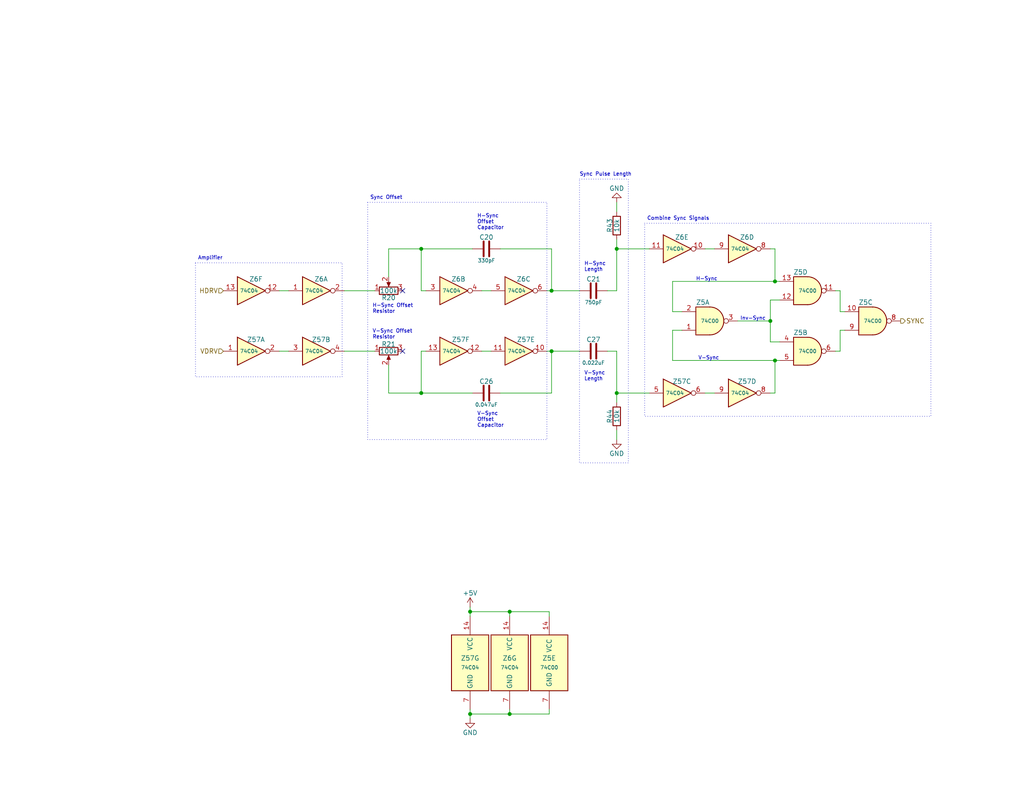
<source format=kicad_sch>
(kicad_sch (version 20231120) (generator "eeschema") (generator_version "8.0")
  (paper "USLetter")
  (title_block (title "TRS-80 Model I Rev G") (date "2024-11-29") (rev "E1C") (company "RetroStack - Marcel Erz") (comment 2 "Circuit to combine sync signals and defining front- and back-porches in video signal") (comment 4 "Video Sync"))
  (lib_symbols
    (symbol "74xx:74LS00" (pin_names (offset 1.016))
      (property "Reference" "U" (at 0 1.27 0))
      (property "Value" "74LS00" (at 0 -1.27 0))
      (symbol "74LS00_1_1"
        (arc (start 0 -3.81) (mid 3.7934 0) (end 0 3.81) (stroke (width 0.254)) (fill (type background)))
        (polyline (pts (xy 0 3.81) (xy -3.81 3.81) (xy -3.81 -3.81) (xy 0 -3.81)) (stroke (width 0.254)) (fill (type background)))
        (pin input line (at -7.62 2.54 0) (length 3.81) (name "~") (number "1"))
        (pin input line (at -7.62 -2.54 0) (length 3.81) (name "~") (number "2"))
        (pin output inverted (at 7.62 0 180) (length 3.81) (name "~") (number "3"))
      )
      (symbol "74LS00_1_2"
        (arc (start -3.81 -3.81) (mid -2.589 0) (end -3.81 3.81) (stroke (width 0.254)))
        (arc (start -0.6096 -3.81) (mid 2.1842 -2.5851) (end 3.81 0) (stroke (width 0.254)) (fill (type background)))
        (polyline (pts (xy -3.81 -3.81) (xy -0.635 -3.81)) (stroke (width 0.254)) (fill (type background)))
        (polyline (pts (xy -3.81 3.81) (xy -0.635 3.81)) (stroke (width 0.254)) (fill (type background)))
        (polyline (pts (xy -0.635 3.81) (xy -3.81 3.81) (xy -3.81 3.81) (xy -3.556 3.4036) (xy -3.0226 2.2606) (xy -2.6924 1.0414) (xy -2.6162 -0.254) (xy -2.7686 -1.4986) (xy -3.175 -2.7178) (xy -3.81 -3.81) (xy -3.81 -3.81) (xy -0.635 -3.81)) (stroke (width -25.4)) (fill (type background)))
        (arc (start 3.81 0) (mid 2.1915 2.5936) (end -0.6096 3.81) (stroke (width 0.254)) (fill (type background)))
        (pin input inverted (at -7.62 2.54 0) (length 4.318) (name "~") (number "1"))
        (pin input inverted (at -7.62 -2.54 0) (length 4.318) (name "~") (number "2"))
        (pin output line (at 7.62 0 180) (length 3.81) (name "~") (number "3"))
      )
      (symbol "74LS00_2_1"
        (arc (start 0 -3.81) (mid 3.7934 0) (end 0 3.81) (stroke (width 0.254)) (fill (type background)))
        (polyline (pts (xy 0 3.81) (xy -3.81 3.81) (xy -3.81 -3.81) (xy 0 -3.81)) (stroke (width 0.254)) (fill (type background)))
        (pin input line (at -7.62 2.54 0) (length 3.81) (name "~") (number "4"))
        (pin input line (at -7.62 -2.54 0) (length 3.81) (name "~") (number "5"))
        (pin output inverted (at 7.62 0 180) (length 3.81) (name "~") (number "6"))
      )
      (symbol "74LS00_2_2"
        (arc (start -3.81 -3.81) (mid -2.589 0) (end -3.81 3.81) (stroke (width 0.254)))
        (arc (start -0.6096 -3.81) (mid 2.1842 -2.5851) (end 3.81 0) (stroke (width 0.254)) (fill (type background)))
        (polyline (pts (xy -3.81 -3.81) (xy -0.635 -3.81)) (stroke (width 0.254)) (fill (type background)))
        (polyline (pts (xy -3.81 3.81) (xy -0.635 3.81)) (stroke (width 0.254)) (fill (type background)))
        (polyline (pts (xy -0.635 3.81) (xy -3.81 3.81) (xy -3.81 3.81) (xy -3.556 3.4036) (xy -3.0226 2.2606) (xy -2.6924 1.0414) (xy -2.6162 -0.254) (xy -2.7686 -1.4986) (xy -3.175 -2.7178) (xy -3.81 -3.81) (xy -3.81 -3.81) (xy -0.635 -3.81)) (stroke (width -25.4)) (fill (type background)))
        (arc (start 3.81 0) (mid 2.1915 2.5936) (end -0.6096 3.81) (stroke (width 0.254)) (fill (type background)))
        (pin input inverted (at -7.62 2.54 0) (length 4.318) (name "~") (number "4"))
        (pin input inverted (at -7.62 -2.54 0) (length 4.318) (name "~") (number "5"))
        (pin output line (at 7.62 0 180) (length 3.81) (name "~") (number "6"))
      )
      (symbol "74LS00_3_1"
        (arc (start 0 -3.81) (mid 3.7934 0) (end 0 3.81) (stroke (width 0.254)) (fill (type background)))
        (polyline (pts (xy 0 3.81) (xy -3.81 3.81) (xy -3.81 -3.81) (xy 0 -3.81)) (stroke (width 0.254)) (fill (type background)))
        (pin input line (at -7.62 -2.54 0) (length 3.81) (name "~") (number "10"))
        (pin output inverted (at 7.62 0 180) (length 3.81) (name "~") (number "8"))
        (pin input line (at -7.62 2.54 0) (length 3.81) (name "~") (number "9"))
      )
      (symbol "74LS00_3_2"
        (arc (start -3.81 -3.81) (mid -2.589 0) (end -3.81 3.81) (stroke (width 0.254)))
        (arc (start -0.6096 -3.81) (mid 2.1842 -2.5851) (end 3.81 0) (stroke (width 0.254)) (fill (type background)))
        (polyline (pts (xy -3.81 -3.81) (xy -0.635 -3.81)) (stroke (width 0.254)) (fill (type background)))
        (polyline (pts (xy -3.81 3.81) (xy -0.635 3.81)) (stroke (width 0.254)) (fill (type background)))
        (polyline (pts (xy -0.635 3.81) (xy -3.81 3.81) (xy -3.81 3.81) (xy -3.556 3.4036) (xy -3.0226 2.2606) (xy -2.6924 1.0414) (xy -2.6162 -0.254) (xy -2.7686 -1.4986) (xy -3.175 -2.7178) (xy -3.81 -3.81) (xy -3.81 -3.81) (xy -0.635 -3.81)) (stroke (width -25.4)) (fill (type background)))
        (arc (start 3.81 0) (mid 2.1915 2.5936) (end -0.6096 3.81) (stroke (width 0.254)) (fill (type background)))
        (pin input inverted (at -7.62 -2.54 0) (length 4.318) (name "~") (number "10"))
        (pin output line (at 7.62 0 180) (length 3.81) (name "~") (number "8"))
        (pin input inverted (at -7.62 2.54 0) (length 4.318) (name "~") (number "9"))
      )
      (symbol "74LS00_4_1"
        (arc (start 0 -3.81) (mid 3.7934 0) (end 0 3.81) (stroke (width 0.254)) (fill (type background)))
        (polyline (pts (xy 0 3.81) (xy -3.81 3.81) (xy -3.81 -3.81) (xy 0 -3.81)) (stroke (width 0.254)) (fill (type background)))
        (pin output inverted (at 7.62 0 180) (length 3.81) (name "~") (number "11"))
        (pin input line (at -7.62 2.54 0) (length 3.81) (name "~") (number "12"))
        (pin input line (at -7.62 -2.54 0) (length 3.81) (name "~") (number "13"))
      )
      (symbol "74LS00_4_2"
        (arc (start -3.81 -3.81) (mid -2.589 0) (end -3.81 3.81) (stroke (width 0.254)))
        (arc (start -0.6096 -3.81) (mid 2.1842 -2.5851) (end 3.81 0) (stroke (width 0.254)) (fill (type background)))
        (polyline (pts (xy -3.81 -3.81) (xy -0.635 -3.81)) (stroke (width 0.254)) (fill (type background)))
        (polyline (pts (xy -3.81 3.81) (xy -0.635 3.81)) (stroke (width 0.254)) (fill (type background)))
        (polyline (pts (xy -0.635 3.81) (xy -3.81 3.81) (xy -3.81 3.81) (xy -3.556 3.4036) (xy -3.0226 2.2606) (xy -2.6924 1.0414) (xy -2.6162 -0.254) (xy -2.7686 -1.4986) (xy -3.175 -2.7178) (xy -3.81 -3.81) (xy -3.81 -3.81) (xy -0.635 -3.81)) (stroke (width -25.4)) (fill (type background)))
        (arc (start 3.81 0) (mid 2.1915 2.5936) (end -0.6096 3.81) (stroke (width 0.254)) (fill (type background)))
        (pin output line (at 7.62 0 180) (length 3.81) (name "~") (number "11"))
        (pin input inverted (at -7.62 2.54 0) (length 4.318) (name "~") (number "12"))
        (pin input inverted (at -7.62 -2.54 0) (length 4.318) (name "~") (number "13"))
      )
      (symbol "74LS00_5_0"
        (pin power_in line (at 0 12.7 270) (length 5.08) (name "VCC") (number "14"))
        (pin power_in line (at 0 -12.7 90) (length 5.08) (name "GND") (number "7"))
      )
      (symbol "74LS00_5_1"
        (rectangle (start -5.08 7.62) (end 5.08 -7.62) (stroke (width 0.254)) (fill (type background)))
      )
    )
    (symbol "74xx:74LS04"
      (property "Reference" "U" (at 0 1.27 0))
      (property "Value" "74LS04" (at 0 -1.27 0))
      (symbol "74LS04_1_0"
        (polyline (pts (xy -3.81 3.81) (xy -3.81 -3.81) (xy 3.81 0) (xy -3.81 3.81)) (stroke (width 0.254)) (fill (type background)))
        (pin input line (at -7.62 0 0) (length 3.81) (name "~") (number "1"))
        (pin output inverted (at 7.62 0 180) (length 3.81) (name "~") (number "2"))
      )
      (symbol "74LS04_2_0"
        (polyline (pts (xy -3.81 3.81) (xy -3.81 -3.81) (xy 3.81 0) (xy -3.81 3.81)) (stroke (width 0.254)) (fill (type background)))
        (pin input line (at -7.62 0 0) (length 3.81) (name "~") (number "3"))
        (pin output inverted (at 7.62 0 180) (length 3.81) (name "~") (number "4"))
      )
      (symbol "74LS04_3_0"
        (polyline (pts (xy -3.81 3.81) (xy -3.81 -3.81) (xy 3.81 0) (xy -3.81 3.81)) (stroke (width 0.254)) (fill (type background)))
        (pin input line (at -7.62 0 0) (length 3.81) (name "~") (number "5"))
        (pin output inverted (at 7.62 0 180) (length 3.81) (name "~") (number "6"))
      )
      (symbol "74LS04_4_0"
        (polyline (pts (xy -3.81 3.81) (xy -3.81 -3.81) (xy 3.81 0) (xy -3.81 3.81)) (stroke (width 0.254)) (fill (type background)))
        (pin output inverted (at 7.62 0 180) (length 3.81) (name "~") (number "8"))
        (pin input line (at -7.62 0 0) (length 3.81) (name "~") (number "9"))
      )
      (symbol "74LS04_5_0"
        (polyline (pts (xy -3.81 3.81) (xy -3.81 -3.81) (xy 3.81 0) (xy -3.81 3.81)) (stroke (width 0.254)) (fill (type background)))
        (pin output inverted (at 7.62 0 180) (length 3.81) (name "~") (number "10"))
        (pin input line (at -7.62 0 0) (length 3.81) (name "~") (number "11"))
      )
      (symbol "74LS04_6_0"
        (polyline (pts (xy -3.81 3.81) (xy -3.81 -3.81) (xy 3.81 0) (xy -3.81 3.81)) (stroke (width 0.254)) (fill (type background)))
        (pin output inverted (at 7.62 0 180) (length 3.81) (name "~") (number "12"))
        (pin input line (at -7.62 0 0) (length 3.81) (name "~") (number "13"))
      )
      (symbol "74LS04_7_0"
        (pin power_in line (at 0 12.7 270) (length 5.08) (name "VCC") (number "14"))
        (pin power_in line (at 0 -12.7 90) (length 5.08) (name "GND") (number "7"))
      )
      (symbol "74LS04_7_1"
        (rectangle (start -5.08 7.62) (end 5.08 -7.62) (stroke (width 0.254)) (fill (type background)))
      )
    )
    (symbol "Device:C" (pin_numbers hide) (pin_names (offset 0.254))
      (property "Reference" "C" (at 0.635 2.54 0))
      (property "Value" "C" (at 0.635 -2.54 0))
      (symbol "C_0_1"
        (polyline (pts (xy -2.032 -0.762) (xy 2.032 -0.762)) (stroke (width 0.508)))
        (polyline (pts (xy -2.032 0.762) (xy 2.032 0.762)) (stroke (width 0.508)))
      )
      (symbol "C_1_1"
        (pin passive line (at 0 3.81 270) (length 2.794) (name "~") (number "1"))
        (pin passive line (at 0 -3.81 90) (length 2.794) (name "~") (number "2"))
      )
    )
    (symbol "Device:R" (pin_numbers hide) (pin_names (offset 0))
      (property "Reference" "R" (at 2.032 0 90))
      (property "Value" "R" (at 0 0 90))
      (symbol "R_0_1"
        (rectangle (start -1.016 -2.54) (end 1.016 2.54) (stroke (width 0.254)))
      )
      (symbol "R_1_1"
        (pin passive line (at 0 3.81 270) (length 1.27) (name "~") (number "1"))
        (pin passive line (at 0 -3.81 90) (length 1.27) (name "~") (number "2"))
      )
    )
    (symbol "Device:R_Potentiometer" (pin_names (offset 1.016) hide)
      (property "Reference" "RV" (at -4.445 0 90))
      (property "Value" "R_Potentiometer" (at -2.54 0 90))
      (symbol "R_Potentiometer_0_1"
        (polyline (pts (xy 2.54 0) (xy 1.524 0)))
        (polyline (pts (xy 1.143 0) (xy 2.286 0.508) (xy 2.286 -0.508) (xy 1.143 0)) (fill (type outline)))
        (rectangle (start 1.016 2.54) (end -1.016 -2.54) (stroke (width 0.254)))
      )
      (symbol "R_Potentiometer_1_1"
        (pin passive line (at 0 3.81 270) (length 1.27) (name "1") (number "1"))
        (pin passive line (at 3.81 0 180) (length 1.27) (name "2") (number "2"))
        (pin passive line (at 0 -3.81 90) (length 1.27) (name "3") (number "3"))
      )
    )
    (symbol "power:+5V" (power) (pin_names (offset 0))
      (property "Value" "+5V" (at 0 3.556 0))
      (symbol "+5V_0_1"
        (polyline (pts (xy -0.762 1.27) (xy 0 2.54)))
        (polyline (pts (xy 0 0) (xy 0 2.54)))
        (polyline (pts (xy 0 2.54) (xy 0.762 1.27)))
      )
      (symbol "+5V_1_1"
        (pin power_in line (at 0 0 90) (length 0) hide (name "+5V") (number "1"))
      )
    )
    (symbol "power:GND" (power) (pin_names (offset 0))
      (property "Value" "GND" (at 0 -3.81 0))
      (symbol "GND_0_1"
        (polyline (pts (xy 0 0) (xy 0 -1.27) (xy 1.27 -1.27) (xy 0 -2.54) (xy -1.27 -1.27) (xy 0 -1.27)))
      )
      (symbol "GND_1_1"
        (pin power_in line (at 0 0 270) (length 0) hide (name "GND") (number "1"))
      )
    )
  )
  (junction (at 114.935 107.315))
  (junction (at 150.495 95.885))
  (junction (at 150.495 79.375))
  (junction (at 139.065 167.005))
  (junction (at 168.275 67.945))
  (junction (at 211.455 76.835))
  (junction (at 210.185 87.63))
  (junction (at 211.455 98.425))
  (junction (at 168.275 107.315))
  (junction (at 128.27 194.945))
  (junction (at 139.065 194.945))
  (junction (at 114.935 67.945))
  (junction (at 128.27 167.005))
  (no_connect (at 109.855 95.885))
  (no_connect (at 109.855 79.375))
  (wire (pts (xy 183.515 90.17) (xy 183.515 98.425)))
  (wire (pts (xy 168.275 109.855) (xy 168.275 107.315)))
  (wire (pts (xy 150.495 67.945) (xy 150.495 79.375)))
  (wire (pts (xy 168.275 65.405) (xy 168.275 67.945)))
  (wire (pts (xy 128.27 167.005) (xy 139.065 167.005)))
  (wire (pts (xy 131.445 95.885) (xy 133.985 95.885)))
  (wire (pts (xy 210.185 107.315) (xy 211.455 107.315)))
  (wire (pts (xy 128.27 165.735) (xy 128.27 167.005)))
  (wire (pts (xy 150.495 79.375) (xy 149.225 79.375)))
  (wire (pts (xy 149.86 168.275) (xy 149.86 167.005)))
  (wire (pts (xy 211.455 67.945) (xy 211.455 76.835)))
  (wire (pts (xy 150.495 79.375) (xy 158.115 79.375)))
  (wire (pts (xy 211.455 107.315) (xy 211.455 98.425)))
  (wire (pts (xy 168.275 55.245) (xy 168.275 57.785)))
  (wire (pts (xy 139.065 194.945) (xy 128.27 194.945)))
  (wire (pts (xy 76.2 95.885) (xy 78.74 95.885)))
  (wire (pts (xy 149.86 193.675) (xy 149.86 194.945)))
  (wire (pts (xy 211.455 98.425) (xy 212.725 98.425)))
  (wire (pts (xy 165.735 79.375) (xy 168.275 79.375)))
  (wire (pts (xy 149.225 95.885) (xy 150.495 95.885)))
  (wire (pts (xy 150.495 107.315) (xy 150.495 95.885)))
  (wire (pts (xy 227.965 79.375) (xy 229.235 79.375)))
  (wire (pts (xy 168.275 120.015) (xy 168.275 117.475)))
  (wire (pts (xy 114.935 107.315) (xy 106.045 107.315)))
  (wire (pts (xy 114.935 67.945) (xy 128.905 67.945)))
  (wire (pts (xy 183.515 76.835) (xy 211.455 76.835)))
  (wire (pts (xy 210.185 67.945) (xy 211.455 67.945)))
  (wire (pts (xy 183.515 98.425) (xy 211.455 98.425)))
  (wire (pts (xy 229.235 85.09) (xy 230.505 85.09)))
  (wire (pts (xy 136.525 67.945) (xy 150.495 67.945)))
  (wire (pts (xy 168.275 79.375) (xy 168.275 67.945)))
  (wire (pts (xy 139.065 193.675) (xy 139.065 194.945)))
  (wire (pts (xy 194.945 67.945) (xy 192.405 67.945)))
  (wire (pts (xy 114.935 67.945) (xy 106.045 67.945)))
  (wire (pts (xy 106.045 107.315) (xy 106.045 99.695)))
  (wire (pts (xy 210.185 81.915) (xy 210.185 87.63)))
  (wire (pts (xy 227.965 95.885) (xy 229.235 95.885)))
  (wire (pts (xy 186.055 85.09) (xy 183.515 85.09)))
  (wire (pts (xy 93.98 95.885) (xy 102.235 95.885)))
  (wire (pts (xy 229.235 90.17) (xy 230.505 90.17)))
  (wire (pts (xy 149.86 167.005) (xy 139.065 167.005)))
  (wire (pts (xy 201.295 87.63) (xy 210.185 87.63)))
  (wire (pts (xy 192.405 107.315) (xy 194.945 107.315)))
  (wire (pts (xy 76.2 79.375) (xy 78.74 79.375)))
  (wire (pts (xy 211.455 76.835) (xy 212.725 76.835)))
  (wire (pts (xy 136.525 107.315) (xy 150.495 107.315)))
  (wire (pts (xy 116.205 79.375) (xy 114.935 79.375)))
  (wire (pts (xy 212.725 81.915) (xy 210.185 81.915)))
  (wire (pts (xy 93.98 79.375) (xy 102.235 79.375)))
  (wire (pts (xy 210.185 93.345) (xy 212.725 93.345)))
  (wire (pts (xy 139.065 168.275) (xy 139.065 167.005)))
  (wire (pts (xy 149.86 194.945) (xy 139.065 194.945)))
  (wire (pts (xy 128.27 168.275) (xy 128.27 167.005)))
  (wire (pts (xy 210.185 87.63) (xy 210.185 93.345)))
  (wire (pts (xy 229.235 79.375) (xy 229.235 85.09)))
  (wire (pts (xy 229.235 95.885) (xy 229.235 90.17)))
  (wire (pts (xy 116.205 95.885) (xy 114.935 95.885)))
  (wire (pts (xy 150.495 95.885) (xy 158.115 95.885)))
  (wire (pts (xy 168.275 67.945) (xy 177.165 67.945)))
  (wire (pts (xy 186.055 90.17) (xy 183.515 90.17)))
  (wire (pts (xy 177.165 107.315) (xy 168.275 107.315)))
  (wire (pts (xy 128.27 193.675) (xy 128.27 194.945)))
  (wire (pts (xy 114.935 107.315) (xy 128.905 107.315)))
  (wire (pts (xy 114.935 79.375) (xy 114.935 67.945)))
  (wire (pts (xy 106.045 67.945) (xy 106.045 75.565)))
  (wire (pts (xy 183.515 85.09) (xy 183.515 76.835)))
  (wire (pts (xy 131.445 79.375) (xy 133.985 79.375)))
  (wire (pts (xy 168.275 95.885) (xy 165.735 95.885)))
  (wire (pts (xy 168.275 107.315) (xy 168.275 95.885)))
  (wire (pts (xy 114.935 95.885) (xy 114.935 107.315)))
  (wire (pts (xy 128.27 194.945) (xy 128.27 196.215)))
  (rectangle (start 158.115 48.895) (end 171.45 126.365) (stroke (width 0) (type dot)))
  (rectangle (start 100.33 55.245) (end 149.225 120.015) (stroke (width 0) (type dot)))
  (rectangle (start 53.34 71.755) (end 93.345 102.87) (stroke (width 0) (type dot)))
  (rectangle (start 175.895 60.96) (end 254 113.665) (stroke (width 0) (type dot)))
  (text "Amplifier" (at 53.975 71.12 0) (effects (font (size 1 1)) (justify left bottom)))
  (text "Sync Offset" (at 100.965 54.61 0) (effects (font (size 1 1)) (justify left bottom)))
  (text "H-Sync" (at 189.865 76.835 0) (effects (font (size 1 1)) (justify left bottom)))
  (text "V-Sync\nOffset\nCapacitor" (at 130.175 116.84 0) (effects (font (size 1 1)) (justify left bottom)))
  (text "V-Sync" (at 190.5 98.425 0) (effects (font (size 1 1)) (justify left bottom)))
  (text "Inv-Sync" (at 201.93 87.63 0) (effects (font (size 1 1)) (justify left bottom)))
  (text "H-Sync\nOffset\nCapacitor" (at 130.175 62.865 0) (effects (font (size 1 1)) (justify left bottom)))
  (text "Sync Pulse Length" (at 158.115 48.26 0) (effects (font (size 1 1)) (justify left bottom)))
  (text "V-Sync\nLength" (at 159.385 104.14 0) (effects (font (size 1 1)) (justify left bottom)))
  (text "V-Sync Offset\nResistor" (at 101.6 92.71 0) (effects (font (size 1 1)) (justify left bottom)))
  (text "H-Sync\nLength" (at 159.385 74.295 0) (effects (font (size 1 1)) (justify left bottom)))
  (text "Combine Sync Signals" (at 176.53 60.325 0) (effects (font (size 1 1)) (justify left bottom)))
  (text "H-Sync Offset\nResistor" (at 101.6 85.725 0) (effects (font (size 1 1)) (justify left bottom)))
  (hierarchical_label "VDRV" (shape input) (at 60.96 95.885 180))
  (hierarchical_label "HDRV" (shape input) (at 60.96 79.375 180))
  (hierarchical_label "SYNC" (shape output) (at 245.745 87.63 0))
  (symbol (lib_id "74xx:74LS04") (at 202.565 107.315 0) (unit 4)
    (property "Reference" "Z57" (at 203.835 104.14 0))
    (property "Value" "74C04" (at 201.93 107.315 0) (effects (font (size 1 1))))
    (property "Footprint" "RetroStackLibrary:TRS80_Model_I_DIP14" (effects (hide yes)))
    (property "Datasheet" "http://www.ti.com/lit/gpn/sn74LS04" (effects (hide yes)))
  )
  (symbol (lib_id "74xx:74LS00") (at 220.345 79.375 0) (mirror x) (unit 4)
    (property "Reference" "Z5" (at 218.44 74.295 0))
    (property "Value" "74C00" (at 220.345 79.375 0) (effects (font (size 1 1))))
    (property "Footprint" "RetroStackLibrary:TRS80_Model_I_DIP14" (effects (hide yes)))
    (property "Datasheet" "http://www.ti.com/lit/gpn/sn74ls00" (effects (hide yes)))
  )
  (symbol (lib_id "74xx:74LS04") (at 141.605 79.375 0) (unit 3)
    (property "Reference" "Z6" (at 142.875 76.2 0))
    (property "Value" "74C04" (at 140.97 79.375 0) (effects (font (size 1 1))))
    (property "Footprint" "RetroStackLibrary:TRS80_Model_I_DIP14" (effects (hide yes)))
    (property "Datasheet" "http://www.ti.com/lit/gpn/sn74LS04" (effects (hide yes)))
  )
  (symbol (lib_id "Device:R_Potentiometer") (at 106.045 95.885 90) (mirror x) (unit 1)
    (property "Reference" "R21" (at 106.045 93.98 90))
    (property "Value" "100k" (at 106.045 95.885 90))
    (property "Footprint" "RetroStackLibrary:TRS80_Model_I_R_Pot" (effects (hide yes)))
  )
  (symbol (lib_id "74xx:74LS00") (at 193.675 87.63 0) (mirror x) (unit 1)
    (property "Reference" "Z5" (at 191.77 82.55 0))
    (property "Value" "74C00" (at 193.675 87.63 0) (effects (font (size 1 1))))
    (property "Footprint" "RetroStackLibrary:TRS80_Model_I_DIP14" (effects (hide yes)))
    (property "Datasheet" "http://www.ti.com/lit/gpn/sn74ls00" (effects (hide yes)))
  )
  (symbol (lib_id "74xx:74LS04") (at 86.36 79.375 0) (unit 1)
    (property "Reference" "Z6" (at 87.63 76.2 0))
    (property "Value" "74C04" (at 85.725 79.375 0) (effects (font (size 1 1))))
    (property "Footprint" "RetroStackLibrary:TRS80_Model_I_DIP14" (effects (hide yes)))
    (property "Datasheet" "http://www.ti.com/lit/gpn/sn74LS04" (effects (hide yes)))
  )
  (symbol (lib_id "Device:R_Potentiometer") (at 106.045 79.375 90) (unit 1)
    (property "Reference" "R20" (at 106.045 81.28 90))
    (property "Value" "100k" (at 106.045 79.375 90))
    (property "Footprint" "RetroStackLibrary:TRS80_Model_I_R_Pot" (effects (hide yes)))
  )
  (symbol (lib_id "74xx:74LS04") (at 123.825 95.885 0) (unit 6)
    (property "Reference" "Z57" (at 125.73 92.71 0))
    (property "Value" "74C04" (at 123.19 95.885 0) (effects (font (size 1 1))))
    (property "Footprint" "RetroStackLibrary:TRS80_Model_I_DIP14" (effects (hide yes)))
    (property "Datasheet" "http://www.ti.com/lit/gpn/sn74LS04" (effects (hide yes)))
  )
  (symbol (lib_id "Device:R") (at 168.275 61.595 180) (unit 1)
    (property "Reference" "R43" (at 166.37 61.595 90))
    (property "Value" "10k" (at 168.275 61.595 90))
    (property "Footprint" "RetroStackLibrary:TRS80_Model_I_R_0.25W" (effects (hide yes)))
  )
  (symbol (lib_id "Device:C") (at 161.925 95.885 90) (unit 1)
    (property "Reference" "C27" (at 161.925 92.71 90))
    (property "Value" "0.022uF" (at 161.925 99.06 90) (effects (font (size 1 1))))
    (property "Footprint" "RetroStackLibrary:TRS80_Model_I_C_Box_7.5L_5W_4.5P_Small" (effects (hide yes)))
  )
  (symbol (lib_id "Device:R") (at 168.275 113.665 180) (unit 1)
    (property "Reference" "R44" (at 166.37 113.665 90))
    (property "Value" "10k" (at 168.275 113.665 90))
    (property "Footprint" "RetroStackLibrary:TRS80_Model_I_R_0.25W" (effects (hide yes)))
  )
  (symbol (lib_id "74xx:74LS04") (at 141.605 95.885 0) (unit 5)
    (property "Reference" "Z57" (at 143.51 92.71 0))
    (property "Value" "74C04" (at 140.97 95.885 0) (effects (font (size 1 1))))
    (property "Footprint" "RetroStackLibrary:TRS80_Model_I_DIP14" (effects (hide yes)))
    (property "Datasheet" "http://www.ti.com/lit/gpn/sn74LS04" (effects (hide yes)))
  )
  (symbol (lib_id "power:GND") (at 128.27 196.215 0) (unit 1)
    (property "Reference" "#PWR0138" (effects (hide yes)))
    (property "Value" "GND" (at 128.27 200.025 0))
  )
  (symbol (lib_id "74xx:74LS04") (at 68.58 95.885 0) (unit 1)
    (property "Reference" "Z57" (at 69.85 92.71 0))
    (property "Value" "74C04" (at 67.945 95.885 0) (effects (font (size 1 1))))
    (property "Footprint" "RetroStackLibrary:TRS80_Model_I_DIP14" (effects (hide yes)))
    (property "Datasheet" "http://www.ti.com/lit/gpn/sn74LS04" (effects (hide yes)))
  )
  (symbol (lib_id "Device:C") (at 132.715 107.315 90) (unit 1)
    (property "Reference" "C26" (at 132.715 104.14 90))
    (property "Value" "0.047uF" (at 132.715 110.49 90) (effects (font (size 1 1))))
    (property "Footprint" "RetroStackLibrary:TRS80_Model_I_C_Box_11L_5W_6P_Large" (effects (hide yes)))
  )
  (symbol (lib_id "power:GND") (at 168.275 120.015 0) (unit 1)
    (property "Reference" "#PWR04" (effects (hide yes)))
    (property "Value" "GND" (at 168.275 123.825 0))
    (instances (project "Replica" (path "" (reference "#PWR04") (unit 1))) (project "TRS80_Model_I_G_E1" (path "" (reference "#PWR0140") (unit 1))))
  )
  (symbol (lib_id "74xx:74LS04") (at 202.565 67.945 0) (unit 4)
    (property "Reference" "Z6" (at 203.835 64.77 0))
    (property "Value" "74C04" (at 201.93 67.945 0) (effects (font (size 1 1))))
    (property "Footprint" "RetroStackLibrary:TRS80_Model_I_DIP14" (effects (hide yes)))
    (property "Datasheet" "http://www.ti.com/lit/gpn/sn74LS04" (effects (hide yes)))
  )
  (symbol (lib_id "74xx:74LS04") (at 68.58 79.375 0) (unit 6)
    (property "Reference" "Z6" (at 69.85 76.2 0))
    (property "Value" "74C04" (at 67.945 79.375 0) (effects (font (size 1 1))))
    (property "Footprint" "RetroStackLibrary:TRS80_Model_I_DIP14" (effects (hide yes)))
    (property "Datasheet" "http://www.ti.com/lit/gpn/sn74LS04" (effects (hide yes)))
  )
  (symbol (lib_id "74xx:74LS04") (at 139.065 180.975 0) (unit 7)
    (property "Reference" "Z6" (at 139.065 179.705 0))
    (property "Value" "74C04" (at 139.065 182.245 0) (effects (font (size 1 1))))
    (property "Footprint" "RetroStackLibrary:TRS80_Model_I_DIP14" (effects (hide yes)))
    (property "Datasheet" "http://www.ti.com/lit/gpn/sn74LS04" (effects (hide yes)))
  )
  (symbol (lib_id "Device:C") (at 161.925 79.375 90) (unit 1)
    (property "Reference" "C21" (at 161.925 76.2 90))
    (property "Value" "750pF" (at 161.925 82.55 90) (effects (font (size 1 1))))
    (property "Footprint" "RetroStackLibrary:TRS80_Model_I_C_Disc_9.5L_4W_6P_Small" (effects (hide yes)))
  )
  (symbol (lib_id "74xx:74LS04") (at 184.785 107.315 0) (unit 3)
    (property "Reference" "Z57" (at 186.055 104.14 0))
    (property "Value" "74C04" (at 184.15 107.315 0) (effects (font (size 1 1))))
    (property "Footprint" "RetroStackLibrary:TRS80_Model_I_DIP14" (effects (hide yes)))
    (property "Datasheet" "http://www.ti.com/lit/gpn/sn74LS04" (effects (hide yes)))
  )
  (symbol (lib_id "74xx:74LS00") (at 220.345 95.885 0) (unit 2)
    (property "Reference" "Z5" (at 218.44 90.805 0))
    (property "Value" "74C00" (at 220.345 95.885 0) (effects (font (size 1 1))))
    (property "Footprint" "RetroStackLibrary:TRS80_Model_I_DIP14" (effects (hide yes)))
    (property "Datasheet" "http://www.ti.com/lit/gpn/sn74ls00" (effects (hide yes)))
  )
  (symbol (lib_id "74xx:74LS04") (at 184.785 67.945 0) (unit 5)
    (property "Reference" "Z6" (at 186.055 64.77 0))
    (property "Value" "74C04" (at 184.15 67.945 0) (effects (font (size 1 1))))
    (property "Footprint" "RetroStackLibrary:TRS80_Model_I_DIP14" (effects (hide yes)))
    (property "Datasheet" "http://www.ti.com/lit/gpn/sn74LS04" (effects (hide yes)))
  )
  (symbol (lib_id "74xx:74LS00") (at 149.86 180.975 0) (unit 5)
    (property "Reference" "Z5" (at 149.86 179.705 0))
    (property "Value" "74C00" (at 149.86 182.245 0) (effects (font (size 1 1))))
    (property "Footprint" "RetroStackLibrary:TRS80_Model_I_DIP14" (effects (hide yes)))
    (property "Datasheet" "http://www.ti.com/lit/gpn/sn74ls00" (effects (hide yes)))
  )
  (symbol (lib_id "74xx:74LS04") (at 123.825 79.375 0) (unit 2)
    (property "Reference" "Z6" (at 125.095 76.2 0))
    (property "Value" "74C04" (at 123.19 79.375 0) (effects (font (size 1 1))))
    (property "Footprint" "RetroStackLibrary:TRS80_Model_I_DIP14" (effects (hide yes)))
    (property "Datasheet" "http://www.ti.com/lit/gpn/sn74LS04" (effects (hide yes)))
  )
  (symbol (lib_id "74xx:74LS00") (at 238.125 87.63 0) (mirror x) (unit 3)
    (property "Reference" "Z5" (at 236.22 82.55 0))
    (property "Value" "74C00" (at 238.125 87.63 0) (effects (font (size 1 1))))
    (property "Footprint" "RetroStackLibrary:TRS80_Model_I_DIP14" (effects (hide yes)))
    (property "Datasheet" "http://www.ti.com/lit/gpn/sn74ls00" (effects (hide yes)))
  )
  (symbol (lib_id "power:+5V") (at 128.27 165.735 0) (unit 1)
    (property "Reference" "#PWR0137" (effects (hide yes)))
    (property "Value" "+5V" (at 128.27 161.925 0))
  )
  (symbol (lib_id "Device:C") (at 132.715 67.945 90) (unit 1)
    (property "Reference" "C20" (at 132.715 64.77 90))
    (property "Value" "330pF" (at 132.715 71.12 90) (effects (font (size 1 1))))
    (property "Footprint" "RetroStackLibrary:TRS80_Model_I_C_Disc_9.5L_4W_6P_Small" (effects (hide yes)))
  )
  (symbol (lib_id "power:GND") (at 168.275 55.245 180) (unit 1)
    (property "Reference" "#PWR03" (effects (hide yes)))
    (property "Value" "GND" (at 168.275 51.435 0))
    (instances (project "Replica" (path "" (reference "#PWR03") (unit 1))) (project "TRS80_Model_I_G_E1" (path "" (reference "#PWR0139") (unit 1))))
  )
  (symbol (lib_id "74xx:74LS04") (at 86.36 95.885 0) (unit 2)
    (property "Reference" "Z57" (at 87.63 92.71 0))
    (property "Value" "74C04" (at 85.725 95.885 0) (effects (font (size 1 1))))
    (property "Footprint" "RetroStackLibrary:TRS80_Model_I_DIP14" (effects (hide yes)))
    (property "Datasheet" "http://www.ti.com/lit/gpn/sn74LS04" (effects (hide yes)))
  )
  (symbol (lib_id "74xx:74LS04") (at 128.27 180.975 0) (unit 7)
    (property "Reference" "Z57" (at 128.27 179.705 0))
    (property "Value" "74C04" (at 128.27 182.245 0) (effects (font (size 1 1))))
    (property "Footprint" "RetroStackLibrary:TRS80_Model_I_DIP14" (effects (hide yes)))
    (property "Datasheet" "http://www.ti.com/lit/gpn/sn74LS04" (effects (hide yes)))
  )
)
</source>
